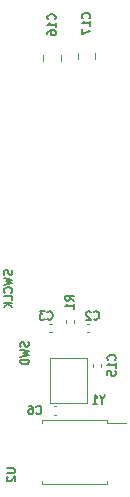
<source format=gbr>
G04 #@! TF.GenerationSoftware,KiCad,Pcbnew,5.1.5+dfsg1-2build2*
G04 #@! TF.CreationDate,2023-02-25T19:10:51+00:00*
G04 #@! TF.ProjectId,video-ram-replacement,76696465-6f2d-4726-916d-2d7265706c61,rev?*
G04 #@! TF.SameCoordinates,Original*
G04 #@! TF.FileFunction,Legend,Bot*
G04 #@! TF.FilePolarity,Positive*
%FSLAX46Y46*%
G04 Gerber Fmt 4.6, Leading zero omitted, Abs format (unit mm)*
G04 Created by KiCad (PCBNEW 5.1.5+dfsg1-2build2) date 2023-02-25 19:10:51*
%MOMM*%
%LPD*%
G04 APERTURE LIST*
%ADD10C,0.150000*%
%ADD11C,0.120000*%
G04 APERTURE END LIST*
D10*
X96930333Y-108398666D02*
X96963666Y-108498666D01*
X96963666Y-108665333D01*
X96930333Y-108732000D01*
X96897000Y-108765333D01*
X96830333Y-108798666D01*
X96763666Y-108798666D01*
X96697000Y-108765333D01*
X96663666Y-108732000D01*
X96630333Y-108665333D01*
X96597000Y-108532000D01*
X96563666Y-108465333D01*
X96530333Y-108432000D01*
X96463666Y-108398666D01*
X96397000Y-108398666D01*
X96330333Y-108432000D01*
X96297000Y-108465333D01*
X96263666Y-108532000D01*
X96263666Y-108698666D01*
X96297000Y-108798666D01*
X96263666Y-109032000D02*
X96963666Y-109198666D01*
X96463666Y-109332000D01*
X96963666Y-109465333D01*
X96263666Y-109632000D01*
X96897000Y-110298666D02*
X96930333Y-110265333D01*
X96963666Y-110165333D01*
X96963666Y-110098666D01*
X96930333Y-109998666D01*
X96863666Y-109932000D01*
X96797000Y-109898666D01*
X96663666Y-109865333D01*
X96563666Y-109865333D01*
X96430333Y-109898666D01*
X96363666Y-109932000D01*
X96297000Y-109998666D01*
X96263666Y-110098666D01*
X96263666Y-110165333D01*
X96297000Y-110265333D01*
X96330333Y-110298666D01*
X96963666Y-110932000D02*
X96963666Y-110598666D01*
X96263666Y-110598666D01*
X96963666Y-111165333D02*
X96263666Y-111165333D01*
X96963666Y-111565333D02*
X96563666Y-111265333D01*
X96263666Y-111565333D02*
X96663666Y-111165333D01*
X98327333Y-114493000D02*
X98360666Y-114593000D01*
X98360666Y-114759666D01*
X98327333Y-114826333D01*
X98294000Y-114859666D01*
X98227333Y-114893000D01*
X98160666Y-114893000D01*
X98094000Y-114859666D01*
X98060666Y-114826333D01*
X98027333Y-114759666D01*
X97994000Y-114626333D01*
X97960666Y-114559666D01*
X97927333Y-114526333D01*
X97860666Y-114493000D01*
X97794000Y-114493000D01*
X97727333Y-114526333D01*
X97694000Y-114559666D01*
X97660666Y-114626333D01*
X97660666Y-114793000D01*
X97694000Y-114893000D01*
X97660666Y-115126333D02*
X98360666Y-115293000D01*
X97860666Y-115426333D01*
X98360666Y-115559666D01*
X97660666Y-115726333D01*
X98360666Y-115993000D02*
X97660666Y-115993000D01*
X97660666Y-116159666D01*
X97694000Y-116259666D01*
X97760666Y-116326333D01*
X97827333Y-116359666D01*
X97960666Y-116393000D01*
X98060666Y-116393000D01*
X98194000Y-116359666D01*
X98260666Y-116326333D01*
X98327333Y-116259666D01*
X98360666Y-116159666D01*
X98360666Y-115993000D01*
D11*
X103272000Y-115855000D02*
X100122000Y-115865000D01*
X103292000Y-119685000D02*
X103292000Y-115855000D01*
X100122000Y-119685000D02*
X103292000Y-119685000D01*
X100122000Y-115865000D02*
X100122000Y-119685000D01*
X104960000Y-121360000D02*
X106635000Y-121360000D01*
X104960000Y-121100000D02*
X104960000Y-121360000D01*
X102235000Y-121100000D02*
X104960000Y-121100000D01*
X99510000Y-121100000D02*
X99510000Y-121360000D01*
X102235000Y-121100000D02*
X99510000Y-121100000D01*
X104960000Y-126550000D02*
X104960000Y-126290000D01*
X102235000Y-126550000D02*
X104960000Y-126550000D01*
X99510000Y-126550000D02*
X99510000Y-126290000D01*
X102235000Y-126550000D02*
X99510000Y-126550000D01*
X102516000Y-90558252D02*
X102516000Y-90035748D01*
X103986000Y-90558252D02*
X103986000Y-90035748D01*
X101065000Y-90162748D02*
X101065000Y-90685252D01*
X99595000Y-90162748D02*
X99595000Y-90685252D01*
X103780000Y-116566836D02*
X103780000Y-116351164D01*
X104500000Y-116566836D02*
X104500000Y-116351164D01*
X101494000Y-112883836D02*
X101494000Y-112668164D01*
X102214000Y-112883836D02*
X102214000Y-112668164D01*
X100476164Y-119909000D02*
X100691836Y-119909000D01*
X100476164Y-120629000D02*
X100691836Y-120629000D01*
X100310836Y-113644000D02*
X100095164Y-113644000D01*
X100310836Y-112924000D02*
X100095164Y-112924000D01*
X103270164Y-112924000D02*
X103485836Y-112924000D01*
X103270164Y-113644000D02*
X103485836Y-113644000D01*
D10*
X104600333Y-119363333D02*
X104600333Y-119696666D01*
X104833666Y-118996666D02*
X104600333Y-119363333D01*
X104367000Y-118996666D01*
X103767000Y-119696666D02*
X104167000Y-119696666D01*
X103967000Y-119696666D02*
X103967000Y-118996666D01*
X104033666Y-119096666D01*
X104100333Y-119163333D01*
X104167000Y-119196666D01*
X96517666Y-125196666D02*
X97084333Y-125196666D01*
X97151000Y-125230000D01*
X97184333Y-125263333D01*
X97217666Y-125330000D01*
X97217666Y-125463333D01*
X97184333Y-125530000D01*
X97151000Y-125563333D01*
X97084333Y-125596666D01*
X96517666Y-125596666D01*
X96584333Y-125896666D02*
X96551000Y-125930000D01*
X96517666Y-125996666D01*
X96517666Y-126163333D01*
X96551000Y-126230000D01*
X96584333Y-126263333D01*
X96651000Y-126296666D01*
X96717666Y-126296666D01*
X96817666Y-126263333D01*
X97217666Y-125863333D01*
X97217666Y-126296666D01*
X103501000Y-87053000D02*
X103534333Y-87019666D01*
X103567666Y-86919666D01*
X103567666Y-86853000D01*
X103534333Y-86753000D01*
X103467666Y-86686333D01*
X103401000Y-86653000D01*
X103267666Y-86619666D01*
X103167666Y-86619666D01*
X103034333Y-86653000D01*
X102967666Y-86686333D01*
X102901000Y-86753000D01*
X102867666Y-86853000D01*
X102867666Y-86919666D01*
X102901000Y-87019666D01*
X102934333Y-87053000D01*
X103567666Y-87719666D02*
X103567666Y-87319666D01*
X103567666Y-87519666D02*
X102867666Y-87519666D01*
X102967666Y-87453000D01*
X103034333Y-87386333D01*
X103067666Y-87319666D01*
X102867666Y-87953000D02*
X102867666Y-88419666D01*
X103567666Y-88119666D01*
X100580000Y-87180000D02*
X100613333Y-87146666D01*
X100646666Y-87046666D01*
X100646666Y-86980000D01*
X100613333Y-86880000D01*
X100546666Y-86813333D01*
X100480000Y-86780000D01*
X100346666Y-86746666D01*
X100246666Y-86746666D01*
X100113333Y-86780000D01*
X100046666Y-86813333D01*
X99980000Y-86880000D01*
X99946666Y-86980000D01*
X99946666Y-87046666D01*
X99980000Y-87146666D01*
X100013333Y-87180000D01*
X100646666Y-87846666D02*
X100646666Y-87446666D01*
X100646666Y-87646666D02*
X99946666Y-87646666D01*
X100046666Y-87580000D01*
X100113333Y-87513333D01*
X100146666Y-87446666D01*
X99946666Y-88446666D02*
X99946666Y-88313333D01*
X99980000Y-88246666D01*
X100013333Y-88213333D01*
X100113333Y-88146666D01*
X100246666Y-88113333D01*
X100513333Y-88113333D01*
X100580000Y-88146666D01*
X100613333Y-88180000D01*
X100646666Y-88246666D01*
X100646666Y-88380000D01*
X100613333Y-88446666D01*
X100580000Y-88480000D01*
X100513333Y-88513333D01*
X100346666Y-88513333D01*
X100280000Y-88480000D01*
X100246666Y-88446666D01*
X100213333Y-88380000D01*
X100213333Y-88246666D01*
X100246666Y-88180000D01*
X100280000Y-88146666D01*
X100346666Y-88113333D01*
X105660000Y-116009000D02*
X105693333Y-115975666D01*
X105726666Y-115875666D01*
X105726666Y-115809000D01*
X105693333Y-115709000D01*
X105626666Y-115642333D01*
X105560000Y-115609000D01*
X105426666Y-115575666D01*
X105326666Y-115575666D01*
X105193333Y-115609000D01*
X105126666Y-115642333D01*
X105060000Y-115709000D01*
X105026666Y-115809000D01*
X105026666Y-115875666D01*
X105060000Y-115975666D01*
X105093333Y-116009000D01*
X105726666Y-116675666D02*
X105726666Y-116275666D01*
X105726666Y-116475666D02*
X105026666Y-116475666D01*
X105126666Y-116409000D01*
X105193333Y-116342333D01*
X105226666Y-116275666D01*
X105026666Y-117309000D02*
X105026666Y-116975666D01*
X105360000Y-116942333D01*
X105326666Y-116975666D01*
X105293333Y-117042333D01*
X105293333Y-117209000D01*
X105326666Y-117275666D01*
X105360000Y-117309000D01*
X105426666Y-117342333D01*
X105593333Y-117342333D01*
X105660000Y-117309000D01*
X105693333Y-117275666D01*
X105726666Y-117209000D01*
X105726666Y-117042333D01*
X105693333Y-116975666D01*
X105660000Y-116942333D01*
X102170666Y-111008333D02*
X101837333Y-110775000D01*
X102170666Y-110608333D02*
X101470666Y-110608333D01*
X101470666Y-110875000D01*
X101504000Y-110941666D01*
X101537333Y-110975000D01*
X101604000Y-111008333D01*
X101704000Y-111008333D01*
X101770666Y-110975000D01*
X101804000Y-110941666D01*
X101837333Y-110875000D01*
X101837333Y-110608333D01*
X102170666Y-111675000D02*
X102170666Y-111275000D01*
X102170666Y-111475000D02*
X101470666Y-111475000D01*
X101570666Y-111408333D01*
X101637333Y-111341666D01*
X101670666Y-111275000D01*
X98998866Y-120519000D02*
X99032200Y-120552333D01*
X99132200Y-120585666D01*
X99198866Y-120585666D01*
X99298866Y-120552333D01*
X99365533Y-120485666D01*
X99398866Y-120419000D01*
X99432200Y-120285666D01*
X99432200Y-120185666D01*
X99398866Y-120052333D01*
X99365533Y-119985666D01*
X99298866Y-119919000D01*
X99198866Y-119885666D01*
X99132200Y-119885666D01*
X99032200Y-119919000D01*
X98998866Y-119952333D01*
X98398866Y-119885666D02*
X98532200Y-119885666D01*
X98598866Y-119919000D01*
X98632200Y-119952333D01*
X98698866Y-120052333D01*
X98732200Y-120185666D01*
X98732200Y-120452333D01*
X98698866Y-120519000D01*
X98665533Y-120552333D01*
X98598866Y-120585666D01*
X98465533Y-120585666D01*
X98398866Y-120552333D01*
X98365533Y-120519000D01*
X98332200Y-120452333D01*
X98332200Y-120285666D01*
X98365533Y-120219000D01*
X98398866Y-120185666D01*
X98465533Y-120152333D01*
X98598866Y-120152333D01*
X98665533Y-120185666D01*
X98698866Y-120219000D01*
X98732200Y-120285666D01*
X99938666Y-112518000D02*
X99972000Y-112551333D01*
X100072000Y-112584666D01*
X100138666Y-112584666D01*
X100238666Y-112551333D01*
X100305333Y-112484666D01*
X100338666Y-112418000D01*
X100372000Y-112284666D01*
X100372000Y-112184666D01*
X100338666Y-112051333D01*
X100305333Y-111984666D01*
X100238666Y-111918000D01*
X100138666Y-111884666D01*
X100072000Y-111884666D01*
X99972000Y-111918000D01*
X99938666Y-111951333D01*
X99705333Y-111884666D02*
X99272000Y-111884666D01*
X99505333Y-112151333D01*
X99405333Y-112151333D01*
X99338666Y-112184666D01*
X99305333Y-112218000D01*
X99272000Y-112284666D01*
X99272000Y-112451333D01*
X99305333Y-112518000D01*
X99338666Y-112551333D01*
X99405333Y-112584666D01*
X99605333Y-112584666D01*
X99672000Y-112551333D01*
X99705333Y-112518000D01*
X103875666Y-112518000D02*
X103909000Y-112551333D01*
X104009000Y-112584666D01*
X104075666Y-112584666D01*
X104175666Y-112551333D01*
X104242333Y-112484666D01*
X104275666Y-112418000D01*
X104309000Y-112284666D01*
X104309000Y-112184666D01*
X104275666Y-112051333D01*
X104242333Y-111984666D01*
X104175666Y-111918000D01*
X104075666Y-111884666D01*
X104009000Y-111884666D01*
X103909000Y-111918000D01*
X103875666Y-111951333D01*
X103609000Y-111951333D02*
X103575666Y-111918000D01*
X103509000Y-111884666D01*
X103342333Y-111884666D01*
X103275666Y-111918000D01*
X103242333Y-111951333D01*
X103209000Y-112018000D01*
X103209000Y-112084666D01*
X103242333Y-112184666D01*
X103642333Y-112584666D01*
X103209000Y-112584666D01*
M02*

</source>
